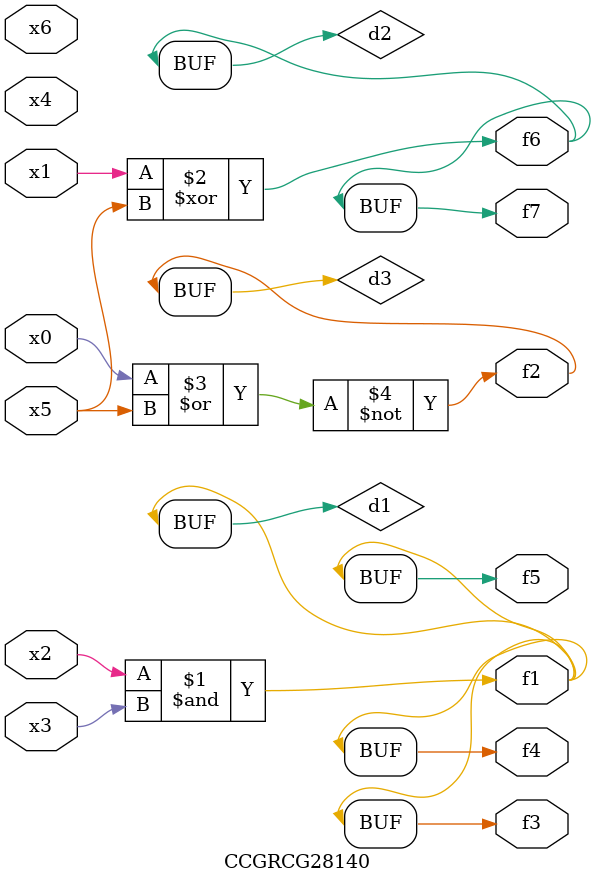
<source format=v>
module CCGRCG28140(
	input x0, x1, x2, x3, x4, x5, x6,
	output f1, f2, f3, f4, f5, f6, f7
);

	wire d1, d2, d3;

	and (d1, x2, x3);
	xor (d2, x1, x5);
	nor (d3, x0, x5);
	assign f1 = d1;
	assign f2 = d3;
	assign f3 = d1;
	assign f4 = d1;
	assign f5 = d1;
	assign f6 = d2;
	assign f7 = d2;
endmodule

</source>
